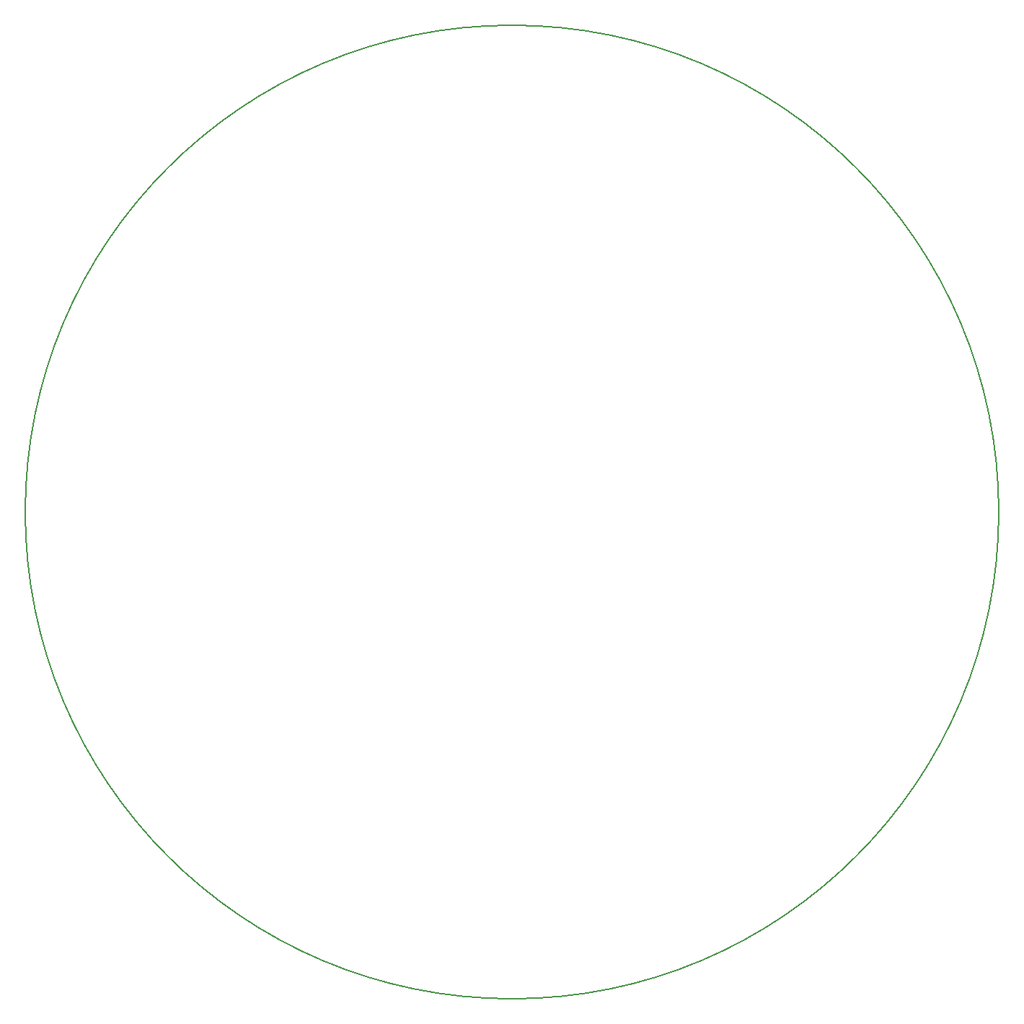
<source format=gbr>
%TF.GenerationSoftware,KiCad,Pcbnew,(6.0.2)*%
%TF.CreationDate,2022-10-10T11:28:08-07:00*%
%TF.ProjectId,AvionicsV0,4176696f-6e69-4637-9356-302e6b696361,rev?*%
%TF.SameCoordinates,Original*%
%TF.FileFunction,Profile,NP*%
%FSLAX46Y46*%
G04 Gerber Fmt 4.6, Leading zero omitted, Abs format (unit mm)*
G04 Created by KiCad (PCBNEW (6.0.2)) date 2022-10-10 11:28:08*
%MOMM*%
%LPD*%
G01*
G04 APERTURE LIST*
%TA.AperFunction,Profile*%
%ADD10C,0.200000*%
%TD*%
G04 APERTURE END LIST*
D10*
X208016574Y-83365302D02*
G75*
G03*
X208016574Y-83365302I-57150000J0D01*
G01*
M02*

</source>
